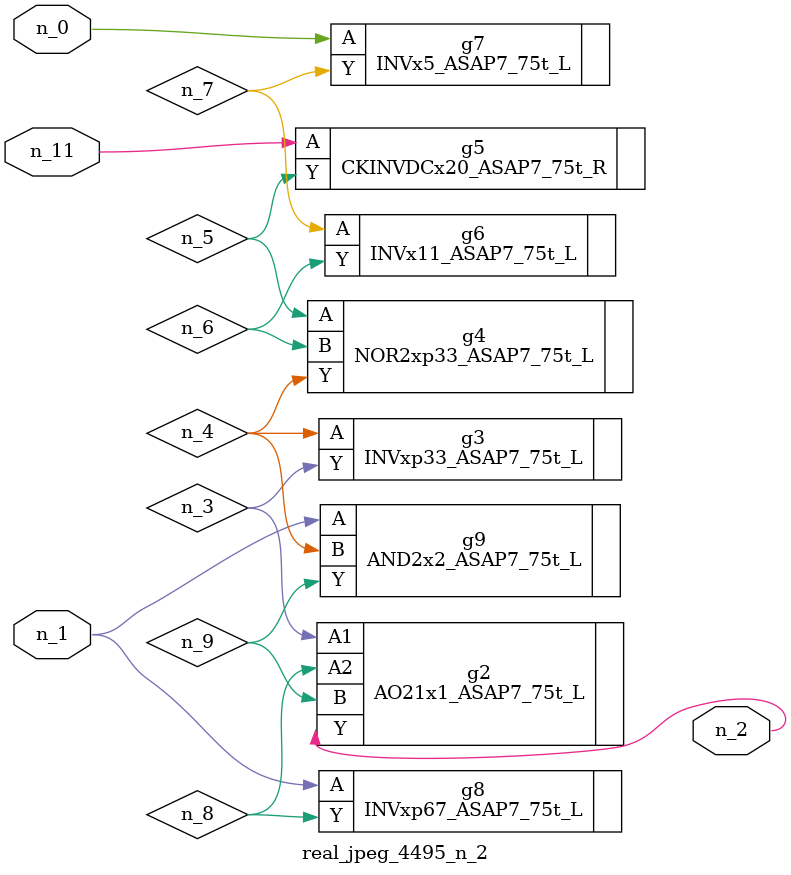
<source format=v>
module real_jpeg_4495_n_2 (n_1, n_11, n_0, n_2);

input n_1;
input n_11;
input n_0;

output n_2;

wire n_5;
wire n_8;
wire n_4;
wire n_6;
wire n_7;
wire n_3;
wire n_9;

INVx5_ASAP7_75t_L g7 ( 
.A(n_0),
.Y(n_7)
);

INVxp67_ASAP7_75t_L g8 ( 
.A(n_1),
.Y(n_8)
);

AND2x2_ASAP7_75t_L g9 ( 
.A(n_1),
.B(n_4),
.Y(n_9)
);

AO21x1_ASAP7_75t_L g2 ( 
.A1(n_3),
.A2(n_8),
.B(n_9),
.Y(n_2)
);

INVxp33_ASAP7_75t_L g3 ( 
.A(n_4),
.Y(n_3)
);

NOR2xp33_ASAP7_75t_L g4 ( 
.A(n_5),
.B(n_6),
.Y(n_4)
);

INVx11_ASAP7_75t_L g6 ( 
.A(n_7),
.Y(n_6)
);

CKINVDCx20_ASAP7_75t_R g5 ( 
.A(n_11),
.Y(n_5)
);


endmodule
</source>
